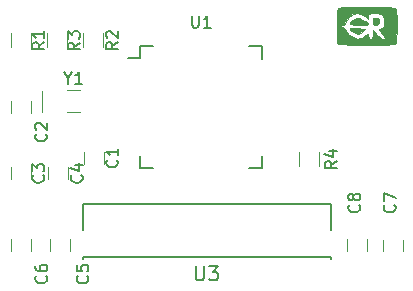
<source format=gto>
G04 #@! TF.FileFunction,Legend,Top*
%FSLAX46Y46*%
G04 Gerber Fmt 4.6, Leading zero omitted, Abs format (unit mm)*
G04 Created by KiCad (PCBNEW 4.0.7-e2-6376~58~ubuntu16.04.1) date Tue May  1 17:25:53 2018*
%MOMM*%
%LPD*%
G01*
G04 APERTURE LIST*
%ADD10C,0.100000*%
%ADD11C,0.150000*%
%ADD12C,0.120000*%
%ADD13C,0.010000*%
G04 APERTURE END LIST*
D10*
D11*
X102198000Y-107729000D02*
X123198000Y-107729000D01*
X102198000Y-112179000D02*
X123198000Y-112179000D01*
X102198000Y-112179000D02*
X102198000Y-112404000D01*
X123198000Y-112179000D02*
X123198000Y-112404000D01*
X102198000Y-109954000D02*
X102198000Y-107729000D01*
X123198000Y-109954000D02*
X123198000Y-107729000D01*
D12*
X99436000Y-110724000D02*
X99436000Y-111724000D01*
X101136000Y-111724000D02*
X101136000Y-110724000D01*
X104057000Y-104338000D02*
X104057000Y-103338000D01*
X102357000Y-103338000D02*
X102357000Y-104338000D01*
X97834000Y-100020000D02*
X97834000Y-99020000D01*
X96134000Y-99020000D02*
X96134000Y-100020000D01*
X97834000Y-105628000D02*
X97834000Y-104628000D01*
X96134000Y-104628000D02*
X96134000Y-105628000D01*
X101009000Y-105628000D02*
X101009000Y-104628000D01*
X99309000Y-104628000D02*
X99309000Y-105628000D01*
X96134000Y-110724000D02*
X96134000Y-111724000D01*
X97834000Y-111724000D02*
X97834000Y-110724000D01*
X129330000Y-111744000D02*
X129330000Y-110744000D01*
X127630000Y-110744000D02*
X127630000Y-111744000D01*
X126282000Y-111724000D02*
X126282000Y-110724000D01*
X124582000Y-110724000D02*
X124582000Y-111724000D01*
X96104000Y-94472000D02*
X96104000Y-93272000D01*
X97864000Y-93272000D02*
X97864000Y-94472000D01*
X102200000Y-94472000D02*
X102200000Y-93272000D01*
X103960000Y-93272000D02*
X103960000Y-94472000D01*
X100912000Y-93272000D02*
X100912000Y-94472000D01*
X99152000Y-94472000D02*
X99152000Y-93272000D01*
X122248000Y-103338000D02*
X122248000Y-104538000D01*
X120488000Y-104538000D02*
X120488000Y-103338000D01*
D11*
X107049000Y-94365000D02*
X107049000Y-95365000D01*
X117399000Y-94365000D02*
X117399000Y-95440000D01*
X117399000Y-104715000D02*
X117399000Y-103640000D01*
X107049000Y-104715000D02*
X107049000Y-103640000D01*
X107049000Y-94365000D02*
X108124000Y-94365000D01*
X107049000Y-104715000D02*
X108124000Y-104715000D01*
X117399000Y-104715000D02*
X116324000Y-104715000D01*
X117399000Y-94365000D02*
X116324000Y-94365000D01*
X107049000Y-95365000D02*
X106024000Y-95365000D01*
D12*
X100905000Y-98082000D02*
X102005000Y-98082000D01*
X100905000Y-99982000D02*
X102005000Y-99982000D01*
X98755000Y-98132000D02*
X98755000Y-99932000D01*
D13*
G36*
X126658580Y-91035718D02*
X127202808Y-91042482D01*
X127700497Y-91054767D01*
X128124674Y-91072572D01*
X128448366Y-91095898D01*
X128644601Y-91124744D01*
X128688400Y-91142934D01*
X128728393Y-91266244D01*
X128759065Y-91523334D01*
X128780414Y-91878906D01*
X128792441Y-92297665D01*
X128795145Y-92744311D01*
X128788528Y-93183550D01*
X128772587Y-93580083D01*
X128747325Y-93898614D01*
X128712740Y-94103845D01*
X128688400Y-94157067D01*
X128573635Y-94188945D01*
X128316601Y-94215302D01*
X127944269Y-94236139D01*
X127483612Y-94251456D01*
X126961602Y-94261252D01*
X126405214Y-94265528D01*
X125841419Y-94264284D01*
X125297191Y-94257519D01*
X124799502Y-94245234D01*
X124375325Y-94227428D01*
X124051633Y-94204103D01*
X123855398Y-94175257D01*
X123811600Y-94157067D01*
X123771606Y-94033756D01*
X123740934Y-93776666D01*
X123719585Y-93421094D01*
X123707559Y-93002336D01*
X123705426Y-92650000D01*
X124048666Y-92650000D01*
X124118560Y-92721910D01*
X124196833Y-92734896D01*
X124330427Y-92805912D01*
X124477643Y-92986731D01*
X124514333Y-93049774D01*
X124769017Y-93394723D01*
X125084405Y-93627185D01*
X125427095Y-93732053D01*
X125763682Y-93694217D01*
X125853399Y-93655420D01*
X126064298Y-93520943D01*
X126210837Y-93403568D01*
X126334973Y-93301688D01*
X126377205Y-93333545D01*
X126380170Y-93477648D01*
X126414561Y-93659151D01*
X126548112Y-93732282D01*
X126567500Y-93735389D01*
X126687027Y-93734731D01*
X126742423Y-93659317D01*
X126757656Y-93466977D01*
X126758000Y-93400261D01*
X126758000Y-93038077D01*
X127121038Y-93394372D01*
X127355955Y-93594624D01*
X127567013Y-93722271D01*
X127671371Y-93750667D01*
X127816638Y-93729082D01*
X127839476Y-93652859D01*
X127735454Y-93504796D01*
X127562333Y-93327334D01*
X127349822Y-93101583D01*
X127272437Y-92964200D01*
X127326296Y-92906852D01*
X127365166Y-92904000D01*
X127560163Y-92830596D01*
X127696472Y-92641348D01*
X127763731Y-92382705D01*
X127751575Y-92101115D01*
X127649643Y-91843026D01*
X127613099Y-91792723D01*
X127497964Y-91680770D01*
X127348757Y-91620178D01*
X127113355Y-91596032D01*
X126914599Y-91592843D01*
X126623254Y-91595680D01*
X126462666Y-91616556D01*
X126394272Y-91671599D01*
X126379506Y-91776934D01*
X126379716Y-91816502D01*
X126382433Y-92041337D01*
X126144390Y-91841037D01*
X125795712Y-91637372D01*
X125427019Y-91577623D01*
X125082427Y-91667149D01*
X124790764Y-91879433D01*
X124547295Y-92164671D01*
X124427450Y-92402982D01*
X124313668Y-92536828D01*
X124212294Y-92565334D01*
X124077842Y-92601893D01*
X124048666Y-92650000D01*
X123705426Y-92650000D01*
X123704855Y-92555689D01*
X123711471Y-92116451D01*
X123727412Y-91719918D01*
X123752674Y-91401387D01*
X123787259Y-91196155D01*
X123811599Y-91142934D01*
X123926364Y-91111056D01*
X124183398Y-91084698D01*
X124555730Y-91063861D01*
X125016387Y-91048545D01*
X125538397Y-91038749D01*
X126094785Y-91034473D01*
X126658580Y-91035718D01*
X126658580Y-91035718D01*
G37*
X126658580Y-91035718D02*
X127202808Y-91042482D01*
X127700497Y-91054767D01*
X128124674Y-91072572D01*
X128448366Y-91095898D01*
X128644601Y-91124744D01*
X128688400Y-91142934D01*
X128728393Y-91266244D01*
X128759065Y-91523334D01*
X128780414Y-91878906D01*
X128792441Y-92297665D01*
X128795145Y-92744311D01*
X128788528Y-93183550D01*
X128772587Y-93580083D01*
X128747325Y-93898614D01*
X128712740Y-94103845D01*
X128688400Y-94157067D01*
X128573635Y-94188945D01*
X128316601Y-94215302D01*
X127944269Y-94236139D01*
X127483612Y-94251456D01*
X126961602Y-94261252D01*
X126405214Y-94265528D01*
X125841419Y-94264284D01*
X125297191Y-94257519D01*
X124799502Y-94245234D01*
X124375325Y-94227428D01*
X124051633Y-94204103D01*
X123855398Y-94175257D01*
X123811600Y-94157067D01*
X123771606Y-94033756D01*
X123740934Y-93776666D01*
X123719585Y-93421094D01*
X123707559Y-93002336D01*
X123705426Y-92650000D01*
X124048666Y-92650000D01*
X124118560Y-92721910D01*
X124196833Y-92734896D01*
X124330427Y-92805912D01*
X124477643Y-92986731D01*
X124514333Y-93049774D01*
X124769017Y-93394723D01*
X125084405Y-93627185D01*
X125427095Y-93732053D01*
X125763682Y-93694217D01*
X125853399Y-93655420D01*
X126064298Y-93520943D01*
X126210837Y-93403568D01*
X126334973Y-93301688D01*
X126377205Y-93333545D01*
X126380170Y-93477648D01*
X126414561Y-93659151D01*
X126548112Y-93732282D01*
X126567500Y-93735389D01*
X126687027Y-93734731D01*
X126742423Y-93659317D01*
X126757656Y-93466977D01*
X126758000Y-93400261D01*
X126758000Y-93038077D01*
X127121038Y-93394372D01*
X127355955Y-93594624D01*
X127567013Y-93722271D01*
X127671371Y-93750667D01*
X127816638Y-93729082D01*
X127839476Y-93652859D01*
X127735454Y-93504796D01*
X127562333Y-93327334D01*
X127349822Y-93101583D01*
X127272437Y-92964200D01*
X127326296Y-92906852D01*
X127365166Y-92904000D01*
X127560163Y-92830596D01*
X127696472Y-92641348D01*
X127763731Y-92382705D01*
X127751575Y-92101115D01*
X127649643Y-91843026D01*
X127613099Y-91792723D01*
X127497964Y-91680770D01*
X127348757Y-91620178D01*
X127113355Y-91596032D01*
X126914599Y-91592843D01*
X126623254Y-91595680D01*
X126462666Y-91616556D01*
X126394272Y-91671599D01*
X126379506Y-91776934D01*
X126379716Y-91816502D01*
X126382433Y-92041337D01*
X126144390Y-91841037D01*
X125795712Y-91637372D01*
X125427019Y-91577623D01*
X125082427Y-91667149D01*
X124790764Y-91879433D01*
X124547295Y-92164671D01*
X124427450Y-92402982D01*
X124313668Y-92536828D01*
X124212294Y-92565334D01*
X124077842Y-92601893D01*
X124048666Y-92650000D01*
X123705426Y-92650000D01*
X123704855Y-92555689D01*
X123711471Y-92116451D01*
X123727412Y-91719918D01*
X123752674Y-91401387D01*
X123787259Y-91196155D01*
X123811599Y-91142934D01*
X123926364Y-91111056D01*
X124183398Y-91084698D01*
X124555730Y-91063861D01*
X125016387Y-91048545D01*
X125538397Y-91038749D01*
X126094785Y-91034473D01*
X126658580Y-91035718D01*
G36*
X125091642Y-92823197D02*
X125382242Y-92848795D01*
X125454539Y-92857597D01*
X126098412Y-92939811D01*
X125873151Y-93133572D01*
X125582320Y-93298480D01*
X125295828Y-93296027D01*
X125025446Y-93126406D01*
X125018484Y-93119515D01*
X124878544Y-92961695D01*
X124811632Y-92851080D01*
X124810666Y-92843540D01*
X124887646Y-92821151D01*
X125091642Y-92823197D01*
X125091642Y-92823197D01*
G37*
X125091642Y-92823197D02*
X125382242Y-92848795D01*
X125454539Y-92857597D01*
X126098412Y-92939811D01*
X125873151Y-93133572D01*
X125582320Y-93298480D01*
X125295828Y-93296027D01*
X125025446Y-93126406D01*
X125018484Y-93119515D01*
X124878544Y-92961695D01*
X124811632Y-92851080D01*
X124810666Y-92843540D01*
X124887646Y-92821151D01*
X125091642Y-92823197D01*
G36*
X125654759Y-92024057D02*
X125789317Y-92096974D01*
X125995275Y-92198101D01*
X126134291Y-92223974D01*
X126305501Y-92298164D01*
X126359198Y-92396000D01*
X126369610Y-92474793D01*
X126330964Y-92524412D01*
X126213455Y-92551568D01*
X125987277Y-92562971D01*
X125622621Y-92565332D01*
X125607073Y-92565334D01*
X125208009Y-92556271D01*
X124938617Y-92530368D01*
X124816255Y-92489554D01*
X124810666Y-92476818D01*
X124878785Y-92328297D01*
X125043665Y-92162402D01*
X125246091Y-92027678D01*
X125425635Y-91972667D01*
X125654759Y-92024057D01*
X125654759Y-92024057D01*
G37*
X125654759Y-92024057D02*
X125789317Y-92096974D01*
X125995275Y-92198101D01*
X126134291Y-92223974D01*
X126305501Y-92298164D01*
X126359198Y-92396000D01*
X126369610Y-92474793D01*
X126330964Y-92524412D01*
X126213455Y-92551568D01*
X125987277Y-92562971D01*
X125622621Y-92565332D01*
X125607073Y-92565334D01*
X125208009Y-92556271D01*
X124938617Y-92530368D01*
X124816255Y-92489554D01*
X124810666Y-92476818D01*
X124878785Y-92328297D01*
X125043665Y-92162402D01*
X125246091Y-92027678D01*
X125425635Y-91972667D01*
X125654759Y-92024057D01*
G36*
X127033166Y-91988469D02*
X127223856Y-92026650D01*
X127297848Y-92125468D01*
X127308333Y-92269000D01*
X127286888Y-92447089D01*
X127187564Y-92524966D01*
X127033166Y-92549531D01*
X126851187Y-92555139D01*
X126774712Y-92492773D01*
X126758140Y-92315941D01*
X126758000Y-92269000D01*
X126768698Y-92066958D01*
X126831193Y-91987645D01*
X126991089Y-91984569D01*
X127033166Y-91988469D01*
X127033166Y-91988469D01*
G37*
X127033166Y-91988469D02*
X127223856Y-92026650D01*
X127297848Y-92125468D01*
X127308333Y-92269000D01*
X127286888Y-92447089D01*
X127187564Y-92524966D01*
X127033166Y-92549531D01*
X126851187Y-92555139D01*
X126774712Y-92492773D01*
X126758140Y-92315941D01*
X126758000Y-92269000D01*
X126768698Y-92066958D01*
X126831193Y-91987645D01*
X126991089Y-91984569D01*
X127033166Y-91988469D01*
D11*
X111783714Y-112992857D02*
X111783714Y-113964286D01*
X111840857Y-114078571D01*
X111898000Y-114135714D01*
X112012286Y-114192857D01*
X112240857Y-114192857D01*
X112355143Y-114135714D01*
X112412286Y-114078571D01*
X112469429Y-113964286D01*
X112469429Y-112992857D01*
X112926572Y-112992857D02*
X113669429Y-112992857D01*
X113269429Y-113450000D01*
X113440857Y-113450000D01*
X113555143Y-113507143D01*
X113612286Y-113564286D01*
X113669429Y-113678571D01*
X113669429Y-113964286D01*
X113612286Y-114078571D01*
X113555143Y-114135714D01*
X113440857Y-114192857D01*
X113098000Y-114192857D01*
X112983714Y-114135714D01*
X112926572Y-114078571D01*
X102607143Y-113816666D02*
X102654762Y-113864285D01*
X102702381Y-114007142D01*
X102702381Y-114102380D01*
X102654762Y-114245238D01*
X102559524Y-114340476D01*
X102464286Y-114388095D01*
X102273810Y-114435714D01*
X102130952Y-114435714D01*
X101940476Y-114388095D01*
X101845238Y-114340476D01*
X101750000Y-114245238D01*
X101702381Y-114102380D01*
X101702381Y-114007142D01*
X101750000Y-113864285D01*
X101797619Y-113816666D01*
X101702381Y-112911904D02*
X101702381Y-113388095D01*
X102178571Y-113435714D01*
X102130952Y-113388095D01*
X102083333Y-113292857D01*
X102083333Y-113054761D01*
X102130952Y-112959523D01*
X102178571Y-112911904D01*
X102273810Y-112864285D01*
X102511905Y-112864285D01*
X102607143Y-112911904D01*
X102654762Y-112959523D01*
X102702381Y-113054761D01*
X102702381Y-113292857D01*
X102654762Y-113388095D01*
X102607143Y-113435714D01*
X105107143Y-104004666D02*
X105154762Y-104052285D01*
X105202381Y-104195142D01*
X105202381Y-104290380D01*
X105154762Y-104433238D01*
X105059524Y-104528476D01*
X104964286Y-104576095D01*
X104773810Y-104623714D01*
X104630952Y-104623714D01*
X104440476Y-104576095D01*
X104345238Y-104528476D01*
X104250000Y-104433238D01*
X104202381Y-104290380D01*
X104202381Y-104195142D01*
X104250000Y-104052285D01*
X104297619Y-104004666D01*
X105202381Y-103052285D02*
X105202381Y-103623714D01*
X105202381Y-103338000D02*
X104202381Y-103338000D01*
X104345238Y-103433238D01*
X104440476Y-103528476D01*
X104488095Y-103623714D01*
X99091143Y-101816666D02*
X99138762Y-101864285D01*
X99186381Y-102007142D01*
X99186381Y-102102380D01*
X99138762Y-102245238D01*
X99043524Y-102340476D01*
X98948286Y-102388095D01*
X98757810Y-102435714D01*
X98614952Y-102435714D01*
X98424476Y-102388095D01*
X98329238Y-102340476D01*
X98234000Y-102245238D01*
X98186381Y-102102380D01*
X98186381Y-102007142D01*
X98234000Y-101864285D01*
X98281619Y-101816666D01*
X98281619Y-101435714D02*
X98234000Y-101388095D01*
X98186381Y-101292857D01*
X98186381Y-101054761D01*
X98234000Y-100959523D01*
X98281619Y-100911904D01*
X98376857Y-100864285D01*
X98472095Y-100864285D01*
X98614952Y-100911904D01*
X99186381Y-101483333D01*
X99186381Y-100864285D01*
X98857143Y-105294666D02*
X98904762Y-105342285D01*
X98952381Y-105485142D01*
X98952381Y-105580380D01*
X98904762Y-105723238D01*
X98809524Y-105818476D01*
X98714286Y-105866095D01*
X98523810Y-105913714D01*
X98380952Y-105913714D01*
X98190476Y-105866095D01*
X98095238Y-105818476D01*
X98000000Y-105723238D01*
X97952381Y-105580380D01*
X97952381Y-105485142D01*
X98000000Y-105342285D01*
X98047619Y-105294666D01*
X97952381Y-104961333D02*
X97952381Y-104342285D01*
X98333333Y-104675619D01*
X98333333Y-104532761D01*
X98380952Y-104437523D01*
X98428571Y-104389904D01*
X98523810Y-104342285D01*
X98761905Y-104342285D01*
X98857143Y-104389904D01*
X98904762Y-104437523D01*
X98952381Y-104532761D01*
X98952381Y-104818476D01*
X98904762Y-104913714D01*
X98857143Y-104961333D01*
X102107143Y-105294666D02*
X102154762Y-105342285D01*
X102202381Y-105485142D01*
X102202381Y-105580380D01*
X102154762Y-105723238D01*
X102059524Y-105818476D01*
X101964286Y-105866095D01*
X101773810Y-105913714D01*
X101630952Y-105913714D01*
X101440476Y-105866095D01*
X101345238Y-105818476D01*
X101250000Y-105723238D01*
X101202381Y-105580380D01*
X101202381Y-105485142D01*
X101250000Y-105342285D01*
X101297619Y-105294666D01*
X101535714Y-104437523D02*
X102202381Y-104437523D01*
X101154762Y-104675619D02*
X101869048Y-104913714D01*
X101869048Y-104294666D01*
X99107143Y-113816666D02*
X99154762Y-113864285D01*
X99202381Y-114007142D01*
X99202381Y-114102380D01*
X99154762Y-114245238D01*
X99059524Y-114340476D01*
X98964286Y-114388095D01*
X98773810Y-114435714D01*
X98630952Y-114435714D01*
X98440476Y-114388095D01*
X98345238Y-114340476D01*
X98250000Y-114245238D01*
X98202381Y-114102380D01*
X98202381Y-114007142D01*
X98250000Y-113864285D01*
X98297619Y-113816666D01*
X98202381Y-112959523D02*
X98202381Y-113150000D01*
X98250000Y-113245238D01*
X98297619Y-113292857D01*
X98440476Y-113388095D01*
X98630952Y-113435714D01*
X99011905Y-113435714D01*
X99107143Y-113388095D01*
X99154762Y-113340476D01*
X99202381Y-113245238D01*
X99202381Y-113054761D01*
X99154762Y-112959523D01*
X99107143Y-112911904D01*
X99011905Y-112864285D01*
X98773810Y-112864285D01*
X98678571Y-112911904D01*
X98630952Y-112959523D01*
X98583333Y-113054761D01*
X98583333Y-113245238D01*
X98630952Y-113340476D01*
X98678571Y-113388095D01*
X98773810Y-113435714D01*
X128607143Y-107816666D02*
X128654762Y-107864285D01*
X128702381Y-108007142D01*
X128702381Y-108102380D01*
X128654762Y-108245238D01*
X128559524Y-108340476D01*
X128464286Y-108388095D01*
X128273810Y-108435714D01*
X128130952Y-108435714D01*
X127940476Y-108388095D01*
X127845238Y-108340476D01*
X127750000Y-108245238D01*
X127702381Y-108102380D01*
X127702381Y-108007142D01*
X127750000Y-107864285D01*
X127797619Y-107816666D01*
X127702381Y-107483333D02*
X127702381Y-106816666D01*
X128702381Y-107245238D01*
X125607143Y-107816666D02*
X125654762Y-107864285D01*
X125702381Y-108007142D01*
X125702381Y-108102380D01*
X125654762Y-108245238D01*
X125559524Y-108340476D01*
X125464286Y-108388095D01*
X125273810Y-108435714D01*
X125130952Y-108435714D01*
X124940476Y-108388095D01*
X124845238Y-108340476D01*
X124750000Y-108245238D01*
X124702381Y-108102380D01*
X124702381Y-108007142D01*
X124750000Y-107864285D01*
X124797619Y-107816666D01*
X125130952Y-107245238D02*
X125083333Y-107340476D01*
X125035714Y-107388095D01*
X124940476Y-107435714D01*
X124892857Y-107435714D01*
X124797619Y-107388095D01*
X124750000Y-107340476D01*
X124702381Y-107245238D01*
X124702381Y-107054761D01*
X124750000Y-106959523D01*
X124797619Y-106911904D01*
X124892857Y-106864285D01*
X124940476Y-106864285D01*
X125035714Y-106911904D01*
X125083333Y-106959523D01*
X125130952Y-107054761D01*
X125130952Y-107245238D01*
X125178571Y-107340476D01*
X125226190Y-107388095D01*
X125321429Y-107435714D01*
X125511905Y-107435714D01*
X125607143Y-107388095D01*
X125654762Y-107340476D01*
X125702381Y-107245238D01*
X125702381Y-107054761D01*
X125654762Y-106959523D01*
X125607143Y-106911904D01*
X125511905Y-106864285D01*
X125321429Y-106864285D01*
X125226190Y-106911904D01*
X125178571Y-106959523D01*
X125130952Y-107054761D01*
X98952381Y-94038666D02*
X98476190Y-94372000D01*
X98952381Y-94610095D02*
X97952381Y-94610095D01*
X97952381Y-94229142D01*
X98000000Y-94133904D01*
X98047619Y-94086285D01*
X98142857Y-94038666D01*
X98285714Y-94038666D01*
X98380952Y-94086285D01*
X98428571Y-94133904D01*
X98476190Y-94229142D01*
X98476190Y-94610095D01*
X98952381Y-93086285D02*
X98952381Y-93657714D01*
X98952381Y-93372000D02*
X97952381Y-93372000D01*
X98095238Y-93467238D01*
X98190476Y-93562476D01*
X98238095Y-93657714D01*
X105202381Y-94038666D02*
X104726190Y-94372000D01*
X105202381Y-94610095D02*
X104202381Y-94610095D01*
X104202381Y-94229142D01*
X104250000Y-94133904D01*
X104297619Y-94086285D01*
X104392857Y-94038666D01*
X104535714Y-94038666D01*
X104630952Y-94086285D01*
X104678571Y-94133904D01*
X104726190Y-94229142D01*
X104726190Y-94610095D01*
X104297619Y-93657714D02*
X104250000Y-93610095D01*
X104202381Y-93514857D01*
X104202381Y-93276761D01*
X104250000Y-93181523D01*
X104297619Y-93133904D01*
X104392857Y-93086285D01*
X104488095Y-93086285D01*
X104630952Y-93133904D01*
X105202381Y-93705333D01*
X105202381Y-93086285D01*
X101952381Y-94066666D02*
X101476190Y-94400000D01*
X101952381Y-94638095D02*
X100952381Y-94638095D01*
X100952381Y-94257142D01*
X101000000Y-94161904D01*
X101047619Y-94114285D01*
X101142857Y-94066666D01*
X101285714Y-94066666D01*
X101380952Y-94114285D01*
X101428571Y-94161904D01*
X101476190Y-94257142D01*
X101476190Y-94638095D01*
X100952381Y-93733333D02*
X100952381Y-93114285D01*
X101333333Y-93447619D01*
X101333333Y-93304761D01*
X101380952Y-93209523D01*
X101428571Y-93161904D01*
X101523810Y-93114285D01*
X101761905Y-93114285D01*
X101857143Y-93161904D01*
X101904762Y-93209523D01*
X101952381Y-93304761D01*
X101952381Y-93590476D01*
X101904762Y-93685714D01*
X101857143Y-93733333D01*
X123702381Y-104104666D02*
X123226190Y-104438000D01*
X123702381Y-104676095D02*
X122702381Y-104676095D01*
X122702381Y-104295142D01*
X122750000Y-104199904D01*
X122797619Y-104152285D01*
X122892857Y-104104666D01*
X123035714Y-104104666D01*
X123130952Y-104152285D01*
X123178571Y-104199904D01*
X123226190Y-104295142D01*
X123226190Y-104676095D01*
X123035714Y-103247523D02*
X123702381Y-103247523D01*
X122654762Y-103485619D02*
X123369048Y-103723714D01*
X123369048Y-103104666D01*
X111462095Y-91792381D02*
X111462095Y-92601905D01*
X111509714Y-92697143D01*
X111557333Y-92744762D01*
X111652571Y-92792381D01*
X111843048Y-92792381D01*
X111938286Y-92744762D01*
X111985905Y-92697143D01*
X112033524Y-92601905D01*
X112033524Y-91792381D01*
X113033524Y-92792381D02*
X112462095Y-92792381D01*
X112747809Y-92792381D02*
X112747809Y-91792381D01*
X112652571Y-91935238D01*
X112557333Y-92030476D01*
X112462095Y-92078095D01*
X100978809Y-97058190D02*
X100978809Y-97534381D01*
X100645476Y-96534381D02*
X100978809Y-97058190D01*
X101312143Y-96534381D01*
X102169286Y-97534381D02*
X101597857Y-97534381D01*
X101883571Y-97534381D02*
X101883571Y-96534381D01*
X101788333Y-96677238D01*
X101693095Y-96772476D01*
X101597857Y-96820095D01*
M02*

</source>
